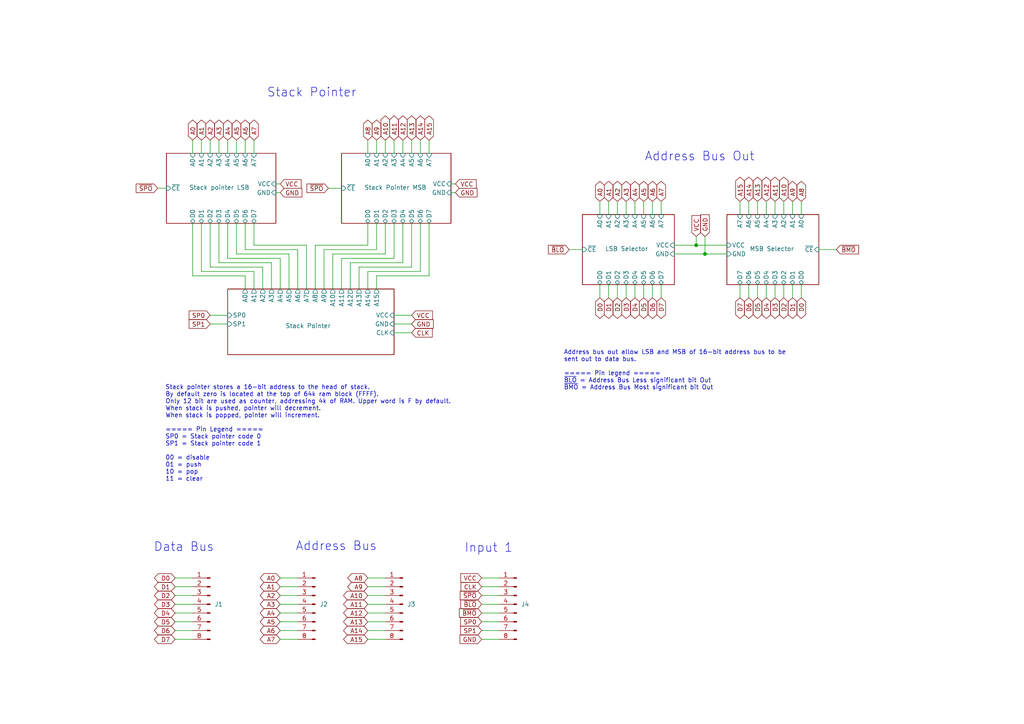
<source format=kicad_sch>
(kicad_sch (version 20250114) (generator "eeschema") (generator_version "9.0")
  (paper "A4")
  (title_block (title "Stack Pointer and Address Bus Out") (date "2025-11-22") (rev "v1.1") (company "Marco Vettigli"))
  (lib_symbols
    (symbol "Connector:Conn_01x08_Pin" (pin_names (offset 1.016) (hide yes))
      (property "Reference" "J" (at 0 10.16 0))
      (property "Value" "Conn_01x08_Pin" (at 0 -12.7 0))
      (symbol "Conn_01x08_Pin_1_1"
        (rectangle (start 0.8636 7.747) (end 0 7.493) (stroke (width 0.1524)) (fill (type outline)))
        (rectangle (start 0.8636 5.207) (end 0 4.953) (stroke (width 0.1524)) (fill (type outline)))
        (rectangle (start 0.8636 2.667) (end 0 2.413) (stroke (width 0.1524)) (fill (type outline)))
        (rectangle (start 0.8636 0.127) (end 0 -0.127) (stroke (width 0.1524)) (fill (type outline)))
        (rectangle (start 0.8636 -2.413) (end 0 -2.667) (stroke (width 0.1524)) (fill (type outline)))
        (rectangle (start 0.8636 -4.953) (end 0 -5.207) (stroke (width 0.1524)) (fill (type outline)))
        (rectangle (start 0.8636 -7.493) (end 0 -7.747) (stroke (width 0.1524)) (fill (type outline)))
        (rectangle (start 0.8636 -10.033) (end 0 -10.287) (stroke (width 0.1524)) (fill (type outline)))
        (polyline (pts (xy 1.27 7.62) (xy 0.8636 7.62)) (stroke (width 0.1524)))
        (polyline (pts (xy 1.27 5.08) (xy 0.8636 5.08)) (stroke (width 0.1524)))
        (polyline (pts (xy 1.27 2.54) (xy 0.8636 2.54)) (stroke (width 0.1524)))
        (polyline (pts (xy 1.27 0) (xy 0.8636 0)) (stroke (width 0.1524)))
        (polyline (pts (xy 1.27 -2.54) (xy 0.8636 -2.54)) (stroke (width 0.1524)))
        (polyline (pts (xy 1.27 -5.08) (xy 0.8636 -5.08)) (stroke (width 0.1524)))
        (polyline (pts (xy 1.27 -7.62) (xy 0.8636 -7.62)) (stroke (width 0.1524)))
        (polyline (pts (xy 1.27 -10.16) (xy 0.8636 -10.16)) (stroke (width 0.1524)))
        (pin passive line (at 5.08 7.62 180) (length 3.81) (name "Pin_1") (number "1"))
        (pin passive line (at 5.08 5.08 180) (length 3.81) (name "Pin_2") (number "2"))
        (pin passive line (at 5.08 2.54 180) (length 3.81) (name "Pin_3") (number "3"))
        (pin passive line (at 5.08 0 180) (length 3.81) (name "Pin_4") (number "4"))
        (pin passive line (at 5.08 -2.54 180) (length 3.81) (name "Pin_5") (number "5"))
        (pin passive line (at 5.08 -5.08 180) (length 3.81) (name "Pin_6") (number "6"))
        (pin passive line (at 5.08 -7.62 180) (length 3.81) (name "Pin_7") (number "7"))
        (pin passive line (at 5.08 -10.16 180) (length 3.81) (name "Pin_8") (number "8"))
      )
    )
  )
  (text "Stack Pointer" (at 90.424 26.924 0) (effects (font (size 2.54 2.54))))
  (text "Address Bus Out" (at 202.946 45.466 0) (effects (font (size 2.54 2.54))))
  (text "Address Bus" (at 97.536 158.496 0) (effects (font (size 2.54 2.54))))
  (text "Data Bus" (at 53.34 158.75 0) (effects (font (size 2.54 2.54))))
  (text "Input 1" (at 141.732 159.004 0) (effects (font (size 2.54 2.54))))
  (text_box "Address bus out allow LSB and MSB of 16-bit address bus to be\nsent out to data bus.\n\n===== Pin legend =====\n~{BLO} = Address Bus Less significant bit Out\n~{BMO} = Address Bus Most significant bit Out\n" (at 162.56 100.33 0) (size 90.17 15.24) (margins 0.9525 0.9525 0.9525 0.9525) (stroke (width -0.0001)) (effects (font (size 1.27 1.27) (thickness 0.1588)) (justify left top)))
  (text_box "Stack pointer stores a 16-bit address to the head of stack. \nBy default zero is located at the top of 64k ram block (FFFF).\nOnly 12 bit are used as counter, addressing 4k of RAM. Upper word is F by default.\nWhen stack is pushed, pointer will decrement.\nWhen stack is popped, pointer will increment.\n\n===== Pin Legend =====\nSP0 = Stack pointer code 0\nSP1 = Stack pointer code 1\n\n00 = disable\n01 = push\n10 = pop\n11 = clear" (at 46.99 110.49 0) (size 90.17 33.02) (margins 0.9525 0.9525 0.9525 0.9525) (stroke (width -0.0001)) (effects (font (size 1.27 1.27) (thickness 0.1588)) (justify left top)))
  (junction (at 201.93 71.12))
  (junction (at 204.47 73.66))
  (wire (pts (xy 222.25 58.42) (xy 222.25 62.23)))
  (wire (pts (xy 106.68 167.64) (xy 111.76 167.64)))
  (wire (pts (xy 106.68 40.64) (xy 106.68 44.45)))
  (wire (pts (xy 232.41 58.42) (xy 232.41 62.23)))
  (wire (pts (xy 106.68 180.34) (xy 111.76 180.34)))
  (wire (pts (xy 99.06 74.93) (xy 114.3 74.93)))
  (wire (pts (xy 195.58 73.66) (xy 204.47 73.66)))
  (wire (pts (xy 173.99 58.42) (xy 173.99 62.23)))
  (wire (pts (xy 106.68 177.8) (xy 111.76 177.8)))
  (wire (pts (xy 224.79 82.55) (xy 224.79 86.36)))
  (wire (pts (xy 55.88 64.77) (xy 55.88 80.01)))
  (wire (pts (xy 124.46 40.64) (xy 124.46 44.45)))
  (wire (pts (xy 81.28 74.93) (xy 81.28 83.82)))
  (wire (pts (xy 63.5 64.77) (xy 63.5 76.2)))
  (wire (pts (xy 229.87 82.55) (xy 229.87 86.36)))
  (wire (pts (xy 106.68 64.77) (xy 106.68 71.12)))
  (wire (pts (xy 139.7 185.42) (xy 144.78 185.42)))
  (wire (pts (xy 73.66 40.64) (xy 73.66 44.45)))
  (wire (pts (xy 227.33 82.55) (xy 227.33 86.36)))
  (wire (pts (xy 139.7 180.34) (xy 144.78 180.34)))
  (wire (pts (xy 106.68 170.18) (xy 111.76 170.18)))
  (wire (pts (xy 96.52 73.66) (xy 111.76 73.66)))
  (wire (pts (xy 165.1 72.39) (xy 168.91 72.39)))
  (wire (pts (xy 81.28 185.42) (xy 86.36 185.42)))
  (wire (pts (xy 60.96 93.98) (xy 66.04 93.98)))
  (wire (pts (xy 219.71 58.42) (xy 219.71 62.23)))
  (wire (pts (xy 121.92 40.64) (xy 121.92 44.45)))
  (wire (pts (xy 181.61 82.55) (xy 181.61 86.36)))
  (wire (pts (xy 71.12 72.39) (xy 86.36 72.39)))
  (wire (pts (xy 111.76 64.77) (xy 111.76 73.66)))
  (wire (pts (xy 186.69 82.55) (xy 186.69 86.36)))
  (wire (pts (xy 204.47 73.66) (xy 210.82 73.66)))
  (wire (pts (xy 139.7 167.64) (xy 144.78 167.64)))
  (wire (pts (xy 116.84 40.64) (xy 116.84 44.45)))
  (wire (pts (xy 93.98 72.39) (xy 109.22 72.39)))
  (wire (pts (xy 116.84 64.77) (xy 116.84 76.2)))
  (wire (pts (xy 227.33 58.42) (xy 227.33 62.23)))
  (wire (pts (xy 81.28 175.26) (xy 86.36 175.26)))
  (wire (pts (xy 121.92 64.77) (xy 121.92 78.74)))
  (wire (pts (xy 55.88 170.18) (xy 50.8 170.18)))
  (wire (pts (xy 139.7 172.72) (xy 144.78 172.72)))
  (wire (pts (xy 55.88 180.34) (xy 50.8 180.34)))
  (wire (pts (xy 91.44 71.12) (xy 106.68 71.12)))
  (wire (pts (xy 78.74 76.2) (xy 78.74 83.82)))
  (wire (pts (xy 201.93 71.12) (xy 210.82 71.12)))
  (wire (pts (xy 109.22 64.77) (xy 109.22 72.39)))
  (wire (pts (xy 60.96 64.77) (xy 60.96 77.47)))
  (wire (pts (xy 76.2 77.47) (xy 76.2 83.82)))
  (wire (pts (xy 217.17 58.42) (xy 217.17 62.23)))
  (wire (pts (xy 184.15 82.55) (xy 184.15 86.36)))
  (wire (pts (xy 224.79 58.42) (xy 224.79 62.23)))
  (wire (pts (xy 106.68 78.74) (xy 106.68 83.82)))
  (wire (pts (xy 189.23 58.42) (xy 189.23 62.23)))
  (wire (pts (xy 109.22 80.01) (xy 109.22 83.82)))
  (wire (pts (xy 204.47 73.66) (xy 204.47 68.58)))
  (wire (pts (xy 173.99 82.55) (xy 173.99 86.36)))
  (wire (pts (xy 80.01 55.88) (xy 81.28 55.88)))
  (wire (pts (xy 106.68 185.42) (xy 111.76 185.42)))
  (wire (pts (xy 229.87 58.42) (xy 229.87 62.23)))
  (wire (pts (xy 99.06 74.93) (xy 99.06 83.82)))
  (wire (pts (xy 45.72 54.61) (xy 48.26 54.61)))
  (wire (pts (xy 55.88 172.72) (xy 50.8 172.72)))
  (wire (pts (xy 60.96 91.44) (xy 66.04 91.44)))
  (wire (pts (xy 114.3 91.44) (xy 119.38 91.44)))
  (wire (pts (xy 106.68 175.26) (xy 111.76 175.26)))
  (wire (pts (xy 179.07 82.55) (xy 179.07 86.36)))
  (wire (pts (xy 68.58 73.66) (xy 83.82 73.66)))
  (wire (pts (xy 179.07 58.42) (xy 179.07 62.23)))
  (wire (pts (xy 58.42 40.64) (xy 58.42 44.45)))
  (wire (pts (xy 93.98 72.39) (xy 93.98 83.82)))
  (wire (pts (xy 81.28 167.64) (xy 86.36 167.64)))
  (wire (pts (xy 217.17 82.55) (xy 217.17 86.36)))
  (wire (pts (xy 184.15 58.42) (xy 184.15 62.23)))
  (wire (pts (xy 114.3 93.98) (xy 119.38 93.98)))
  (wire (pts (xy 68.58 40.64) (xy 68.58 44.45)))
  (wire (pts (xy 55.88 182.88) (xy 50.8 182.88)))
  (wire (pts (xy 81.28 177.8) (xy 86.36 177.8)))
  (wire (pts (xy 80.01 53.34) (xy 81.28 53.34)))
  (wire (pts (xy 106.68 172.72) (xy 111.76 172.72)))
  (wire (pts (xy 60.96 77.47) (xy 76.2 77.47)))
  (wire (pts (xy 130.81 55.88) (xy 132.08 55.88)))
  (wire (pts (xy 104.14 77.47) (xy 104.14 83.82)))
  (wire (pts (xy 130.81 53.34) (xy 132.08 53.34)))
  (wire (pts (xy 139.7 177.8) (xy 144.78 177.8)))
  (wire (pts (xy 63.5 76.2) (xy 78.74 76.2)))
  (wire (pts (xy 114.3 96.52) (xy 119.38 96.52)))
  (wire (pts (xy 73.66 64.77) (xy 73.66 71.12)))
  (wire (pts (xy 101.6 76.2) (xy 101.6 83.82)))
  (wire (pts (xy 88.9 71.12) (xy 88.9 83.82)))
  (wire (pts (xy 222.25 82.55) (xy 222.25 86.36)))
  (wire (pts (xy 68.58 64.77) (xy 68.58 73.66)))
  (wire (pts (xy 58.42 64.77) (xy 58.42 78.74)))
  (wire (pts (xy 66.04 40.64) (xy 66.04 44.45)))
  (wire (pts (xy 55.88 80.01) (xy 71.12 80.01)))
  (wire (pts (xy 86.36 72.39) (xy 86.36 83.82)))
  (wire (pts (xy 201.93 68.58) (xy 201.93 71.12)))
  (wire (pts (xy 124.46 64.77) (xy 124.46 80.01)))
  (wire (pts (xy 55.88 167.64) (xy 50.8 167.64)))
  (wire (pts (xy 60.96 40.64) (xy 60.96 44.45)))
  (wire (pts (xy 66.04 74.93) (xy 81.28 74.93)))
  (wire (pts (xy 186.69 58.42) (xy 186.69 62.23)))
  (wire (pts (xy 63.5 40.64) (xy 63.5 44.45)))
  (wire (pts (xy 139.7 182.88) (xy 144.78 182.88)))
  (wire (pts (xy 73.66 78.74) (xy 73.66 83.82)))
  (wire (pts (xy 83.82 73.66) (xy 83.82 83.82)))
  (wire (pts (xy 73.66 71.12) (xy 88.9 71.12)))
  (wire (pts (xy 81.28 180.34) (xy 86.36 180.34)))
  (wire (pts (xy 119.38 77.47) (xy 104.14 77.47)))
  (wire (pts (xy 176.53 82.55) (xy 176.53 86.36)))
  (wire (pts (xy 101.6 76.2) (xy 116.84 76.2)))
  (wire (pts (xy 71.12 80.01) (xy 71.12 83.82)))
  (wire (pts (xy 81.28 172.72) (xy 86.36 172.72)))
  (wire (pts (xy 55.88 175.26) (xy 50.8 175.26)))
  (wire (pts (xy 55.88 185.42) (xy 50.8 185.42)))
  (wire (pts (xy 99.06 54.61) (xy 95.25 54.61)))
  (wire (pts (xy 66.04 64.77) (xy 66.04 74.93)))
  (wire (pts (xy 71.12 64.77) (xy 71.12 72.39)))
  (wire (pts (xy 119.38 40.64) (xy 119.38 44.45)))
  (wire (pts (xy 232.41 82.55) (xy 232.41 86.36)))
  (wire (pts (xy 111.76 40.64) (xy 111.76 44.45)))
  (wire (pts (xy 124.46 80.01) (xy 109.22 80.01)))
  (wire (pts (xy 195.58 71.12) (xy 201.93 71.12)))
  (wire (pts (xy 219.71 82.55) (xy 219.71 86.36)))
  (wire (pts (xy 114.3 64.77) (xy 114.3 74.93)))
  (wire (pts (xy 81.28 170.18) (xy 86.36 170.18)))
  (wire (pts (xy 114.3 40.64) (xy 114.3 44.45)))
  (wire (pts (xy 81.28 182.88) (xy 86.36 182.88)))
  (wire (pts (xy 106.68 182.88) (xy 111.76 182.88)))
  (wire (pts (xy 55.88 40.64) (xy 55.88 44.45)))
  (wire (pts (xy 71.12 40.64) (xy 71.12 44.45)))
  (wire (pts (xy 214.63 82.55) (xy 214.63 86.36)))
  (wire (pts (xy 237.49 72.39) (xy 242.57 72.39)))
  (wire (pts (xy 55.88 177.8) (xy 50.8 177.8)))
  (wire (pts (xy 181.61 58.42) (xy 181.61 62.23)))
  (wire (pts (xy 109.22 40.64) (xy 109.22 44.45)))
  (wire (pts (xy 139.7 170.18) (xy 144.78 170.18)))
  (wire (pts (xy 191.77 82.55) (xy 191.77 86.36)))
  (wire (pts (xy 214.63 58.42) (xy 214.63 62.23)))
  (wire (pts (xy 189.23 82.55) (xy 189.23 86.36)))
  (wire (pts (xy 96.52 73.66) (xy 96.52 83.82)))
  (wire (pts (xy 91.44 71.12) (xy 91.44 83.82)))
  (wire (pts (xy 58.42 78.74) (xy 73.66 78.74)))
  (wire (pts (xy 191.77 58.42) (xy 191.77 62.23)))
  (wire (pts (xy 139.7 175.26) (xy 144.78 175.26)))
  (wire (pts (xy 106.68 78.74) (xy 121.92 78.74)))
  (wire (pts (xy 119.38 64.77) (xy 119.38 77.47)))
  (wire (pts (xy 176.53 58.42) (xy 176.53 62.23)))
  (global_label "A1" (shape tri_state) (at 176.53 58.42 90) (property "Intersheetrefs" "${INTERSHEET_REFS}" (effects (hide yes))))
  (global_label "SP1" (shape input) (at 139.7 182.88 180) (property "Intersheetrefs" "${INTERSHEET_REFS}" (effects (hide yes))))
  (global_label "A13" (shape tri_state) (at 219.71 58.42 90) (property "Intersheetrefs" "${INTERSHEET_REFS}" (effects (hide yes))))
  (global_label "SP0" (shape input) (at 139.7 180.34 180) (property "Intersheetrefs" "${INTERSHEET_REFS}" (effects (hide yes))))
  (global_label "A3" (shape tri_state) (at 81.28 175.26 180) (property "Intersheetrefs" "${INTERSHEET_REFS}" (effects (hide yes))))
  (global_label "A0" (shape tri_state) (at 173.99 58.42 90) (property "Intersheetrefs" "${INTERSHEET_REFS}" (effects (hide yes))))
  (global_label "A8" (shape tri_state) (at 106.68 167.64 180) (property "Intersheetrefs" "${INTERSHEET_REFS}" (effects (hide yes))))
  (global_label "A4" (shape tri_state) (at 66.04 40.64 90) (property "Intersheetrefs" "${INTERSHEET_REFS}" (effects (hide yes))))
  (global_label "~{BLO}" (shape input) (at 165.1 72.39 180) (property "Intersheetrefs" "${INTERSHEET_REFS}" (effects (hide yes))))
  (global_label "A13" (shape tri_state) (at 106.68 180.34 180) (property "Intersheetrefs" "${INTERSHEET_REFS}" (effects (hide yes))))
  (global_label "VCC" (shape input) (at 139.7 167.64 180) (property "Intersheetrefs" "${INTERSHEET_REFS}" (effects (hide yes))))
  (global_label "D4" (shape tri_state) (at 50.8 177.8 180) (property "Intersheetrefs" "${INTERSHEET_REFS}" (effects (hide yes))))
  (global_label "A14" (shape tri_state) (at 121.92 40.64 90) (property "Intersheetrefs" "${INTERSHEET_REFS}" (effects (hide yes))))
  (global_label "A6" (shape tri_state) (at 189.23 58.42 90) (property "Intersheetrefs" "${INTERSHEET_REFS}" (effects (hide yes))))
  (global_label "A8" (shape tri_state) (at 106.68 40.64 90) (property "Intersheetrefs" "${INTERSHEET_REFS}" (effects (hide yes))))
  (global_label "A1" (shape tri_state) (at 81.28 170.18 180) (property "Intersheetrefs" "${INTERSHEET_REFS}" (effects (hide yes))))
  (global_label "A9" (shape tri_state) (at 109.22 40.64 90) (property "Intersheetrefs" "${INTERSHEET_REFS}" (effects (hide yes))))
  (global_label "D6" (shape tri_state) (at 189.23 86.36 270) (property "Intersheetrefs" "${INTERSHEET_REFS}" (effects (hide yes))))
  (global_label "A12" (shape tri_state) (at 106.68 177.8 180) (property "Intersheetrefs" "${INTERSHEET_REFS}" (effects (hide yes))))
  (global_label "A4" (shape tri_state) (at 81.28 177.8 180) (property "Intersheetrefs" "${INTERSHEET_REFS}" (effects (hide yes))))
  (global_label "A7" (shape tri_state) (at 81.28 185.42 180) (property "Intersheetrefs" "${INTERSHEET_REFS}" (effects (hide yes))))
  (global_label "D3" (shape tri_state) (at 181.61 86.36 270) (property "Intersheetrefs" "${INTERSHEET_REFS}" (effects (hide yes))))
  (global_label "D7" (shape tri_state) (at 214.63 86.36 270) (property "Intersheetrefs" "${INTERSHEET_REFS}" (effects (hide yes))))
  (global_label "A2" (shape tri_state) (at 179.07 58.42 90) (property "Intersheetrefs" "${INTERSHEET_REFS}" (effects (hide yes))))
  (global_label "D4" (shape tri_state) (at 184.15 86.36 270) (property "Intersheetrefs" "${INTERSHEET_REFS}" (effects (hide yes))))
  (global_label "~{BLO}" (shape input) (at 139.7 175.26 180) (property "Intersheetrefs" "${INTERSHEET_REFS}" (effects (hide yes))))
  (global_label "SP0" (shape input) (at 60.96 91.44 180) (property "Intersheetrefs" "${INTERSHEET_REFS}" (effects (hide yes))))
  (global_label "GND" (shape input) (at 204.47 68.58 90) (property "Intersheetrefs" "${INTERSHEET_REFS}" (effects (hide yes))))
  (global_label "~{BMO}" (shape input) (at 242.57 72.39 0) (property "Intersheetrefs" "${INTERSHEET_REFS}" (effects (hide yes))))
  (global_label "A6" (shape tri_state) (at 71.12 40.64 90) (property "Intersheetrefs" "${INTERSHEET_REFS}" (effects (hide yes))))
  (global_label "D0" (shape tri_state) (at 232.41 86.36 270) (property "Intersheetrefs" "${INTERSHEET_REFS}" (effects (hide yes))))
  (global_label "D7" (shape tri_state) (at 50.8 185.42 180) (property "Intersheetrefs" "${INTERSHEET_REFS}" (effects (hide yes))))
  (global_label "D2" (shape tri_state) (at 179.07 86.36 270) (property "Intersheetrefs" "${INTERSHEET_REFS}" (effects (hide yes))))
  (global_label "A2" (shape tri_state) (at 81.28 172.72 180) (property "Intersheetrefs" "${INTERSHEET_REFS}" (effects (hide yes))))
  (global_label "D1" (shape tri_state) (at 176.53 86.36 270) (property "Intersheetrefs" "${INTERSHEET_REFS}" (effects (hide yes))))
  (global_label "A10" (shape tri_state) (at 111.76 40.64 90) (property "Intersheetrefs" "${INTERSHEET_REFS}" (effects (hide yes))))
  (global_label "A11" (shape tri_state) (at 224.79 58.42 90) (property "Intersheetrefs" "${INTERSHEET_REFS}" (effects (hide yes))))
  (global_label "A7" (shape tri_state) (at 191.77 58.42 90) (property "Intersheetrefs" "${INTERSHEET_REFS}" (effects (hide yes))))
  (global_label "D5" (shape tri_state) (at 219.71 86.36 270) (property "Intersheetrefs" "${INTERSHEET_REFS}" (effects (hide yes))))
  (global_label "VCC" (shape input) (at 119.38 91.44 0) (property "Intersheetrefs" "${INTERSHEET_REFS}" (effects (hide yes))))
  (global_label "A9" (shape tri_state) (at 229.87 58.42 90) (property "Intersheetrefs" "${INTERSHEET_REFS}" (effects (hide yes))))
  (global_label "A0" (shape tri_state) (at 81.28 167.64 180) (property "Intersheetrefs" "${INTERSHEET_REFS}" (effects (hide yes))))
  (global_label "A5" (shape tri_state) (at 68.58 40.64 90) (property "Intersheetrefs" "${INTERSHEET_REFS}" (effects (hide yes))))
  (global_label "D2" (shape tri_state) (at 227.33 86.36 270) (property "Intersheetrefs" "${INTERSHEET_REFS}" (effects (hide yes))))
  (global_label "D4" (shape tri_state) (at 222.25 86.36 270) (property "Intersheetrefs" "${INTERSHEET_REFS}" (effects (hide yes))))
  (global_label "A14" (shape tri_state) (at 217.17 58.42 90) (property "Intersheetrefs" "${INTERSHEET_REFS}" (effects (hide yes))))
  (global_label "A7" (shape tri_state) (at 73.66 40.64 90) (property "Intersheetrefs" "${INTERSHEET_REFS}" (effects (hide yes))))
  (global_label "A0" (shape tri_state) (at 55.88 40.64 90) (property "Intersheetrefs" "${INTERSHEET_REFS}" (effects (hide yes))))
  (global_label "GND" (shape input) (at 119.38 93.98 0) (property "Intersheetrefs" "${INTERSHEET_REFS}" (effects (hide yes))))
  (global_label "A5" (shape tri_state) (at 81.28 180.34 180) (property "Intersheetrefs" "${INTERSHEET_REFS}" (effects (hide yes))))
  (global_label "A3" (shape tri_state) (at 181.61 58.42 90) (property "Intersheetrefs" "${INTERSHEET_REFS}" (effects (hide yes))))
  (global_label "~{SPO}" (shape input) (at 45.72 54.61 180) (property "Intersheetrefs" "${INTERSHEET_REFS}" (effects (hide yes))))
  (global_label "GND" (shape input) (at 81.28 55.88 0) (property "Intersheetrefs" "${INTERSHEET_REFS}" (effects (hide yes))))
  (global_label "D5" (shape tri_state) (at 50.8 180.34 180) (property "Intersheetrefs" "${INTERSHEET_REFS}" (effects (hide yes))))
  (global_label "A13" (shape tri_state) (at 119.38 40.64 90) (property "Intersheetrefs" "${INTERSHEET_REFS}" (effects (hide yes))))
  (global_label "A15" (shape tri_state) (at 124.46 40.64 90) (property "Intersheetrefs" "${INTERSHEET_REFS}" (effects (hide yes))))
  (global_label "~{SPO}" (shape input) (at 95.25 54.61 180) (property "Intersheetrefs" "${INTERSHEET_REFS}" (effects (hide yes))))
  (global_label "D2" (shape tri_state) (at 50.8 172.72 180) (property "Intersheetrefs" "${INTERSHEET_REFS}" (effects (hide yes))))
  (global_label "VCC" (shape input) (at 132.08 53.34 0) (property "Intersheetrefs" "${INTERSHEET_REFS}" (effects (hide yes))))
  (global_label "~{BMO}" (shape input) (at 139.7 177.8 180) (property "Intersheetrefs" "${INTERSHEET_REFS}" (effects (hide yes))))
  (global_label "D6" (shape tri_state) (at 50.8 182.88 180) (property "Intersheetrefs" "${INTERSHEET_REFS}" (effects (hide yes))))
  (global_label "D1" (shape tri_state) (at 229.87 86.36 270) (property "Intersheetrefs" "${INTERSHEET_REFS}" (effects (hide yes))))
  (global_label "D3" (shape tri_state) (at 50.8 175.26 180) (property "Intersheetrefs" "${INTERSHEET_REFS}" (effects (hide yes))))
  (global_label "A12" (shape tri_state) (at 116.84 40.64 90) (property "Intersheetrefs" "${INTERSHEET_REFS}" (effects (hide yes))))
  (global_label "A14" (shape tri_state) (at 106.68 182.88 180) (property "Intersheetrefs" "${INTERSHEET_REFS}" (effects (hide yes))))
  (global_label "D1" (shape tri_state) (at 50.8 170.18 180) (property "Intersheetrefs" "${INTERSHEET_REFS}" (effects (hide yes))))
  (global_label "A9" (shape tri_state) (at 106.68 170.18 180) (property "Intersheetrefs" "${INTERSHEET_REFS}" (effects (hide yes))))
  (global_label "A3" (shape tri_state) (at 63.5 40.64 90) (property "Intersheetrefs" "${INTERSHEET_REFS}" (effects (hide yes))))
  (global_label "SP1" (shape input) (at 60.96 93.98 180) (property "Intersheetrefs" "${INTERSHEET_REFS}" (effects (hide yes))))
  (global_label "GND" (shape input) (at 139.7 185.42 180) (property "Intersheetrefs" "${INTERSHEET_REFS}" (effects (hide yes))))
  (global_label "D6" (shape tri_state) (at 217.17 86.36 270) (property "Intersheetrefs" "${INTERSHEET_REFS}" (effects (hide yes))))
  (global_label "A1" (shape tri_state) (at 58.42 40.64 90) (property "Intersheetrefs" "${INTERSHEET_REFS}" (effects (hide yes))))
  (global_label "A10" (shape tri_state) (at 227.33 58.42 90) (property "Intersheetrefs" "${INTERSHEET_REFS}" (effects (hide yes))))
  (global_label "A11" (shape tri_state) (at 114.3 40.64 90) (property "Intersheetrefs" "${INTERSHEET_REFS}" (effects (hide yes))))
  (global_label "A11" (shape tri_state) (at 106.68 175.26 180) (property "Intersheetrefs" "${INTERSHEET_REFS}" (effects (hide yes))))
  (global_label "D7" (shape tri_state) (at 191.77 86.36 270) (property "Intersheetrefs" "${INTERSHEET_REFS}" (effects (hide yes))))
  (global_label "GND" (shape input) (at 132.08 55.88 0) (property "Intersheetrefs" "${INTERSHEET_REFS}" (effects (hide yes))))
  (global_label "D0" (shape tri_state) (at 173.99 86.36 270) (property "Intersheetrefs" "${INTERSHEET_REFS}" (effects (hide yes))))
  (global_label "CLK" (shape input) (at 139.7 170.18 180) (property "Intersheetrefs" "${INTERSHEET_REFS}" (effects (hide yes))))
  (global_label "A4" (shape tri_state) (at 184.15 58.42 90) (property "Intersheetrefs" "${INTERSHEET_REFS}" (effects (hide yes))))
  (global_label "VCC" (shape input) (at 81.28 53.34 0) (property "Intersheetrefs" "${INTERSHEET_REFS}" (effects (hide yes))))
  (global_label "A8" (shape tri_state) (at 232.41 58.42 90) (property "Intersheetrefs" "${INTERSHEET_REFS}" (effects (hide yes))))
  (global_label "A6" (shape tri_state) (at 81.28 182.88 180) (property "Intersheetrefs" "${INTERSHEET_REFS}" (effects (hide yes))))
  (global_label "A2" (shape tri_state) (at 60.96 40.64 90) (property "Intersheetrefs" "${INTERSHEET_REFS}" (effects (hide yes))))
  (global_label "A15" (shape tri_state) (at 214.63 58.42 90) (property "Intersheetrefs" "${INTERSHEET_REFS}" (effects (hide yes))))
  (global_label "A12" (shape tri_state) (at 222.25 58.42 90) (property "Intersheetrefs" "${INTERSHEET_REFS}" (effects (hide yes))))
  (global_label "~{SPO}" (shape input) (at 139.7 172.72 180) (property "Intersheetrefs" "${INTERSHEET_REFS}" (effects (hide yes))))
  (global_label "D0" (shape tri_state) (at 50.8 167.64 180) (property "Intersheetrefs" "${INTERSHEET_REFS}" (effects (hide yes))))
  (global_label "VCC" (shape input) (at 201.93 68.58 90) (property "Intersheetrefs" "${INTERSHEET_REFS}" (effects (hide yes))))
  (global_label "CLK" (shape input) (at 119.38 96.52 0) (property "Intersheetrefs" "${INTERSHEET_REFS}" (effects (hide yes))))
  (global_label "A10" (shape tri_state) (at 106.68 172.72 180) (property "Intersheetrefs" "${INTERSHEET_REFS}" (effects (hide yes))))
  (global_label "A5" (shape tri_state) (at 186.69 58.42 90) (property "Intersheetrefs" "${INTERSHEET_REFS}" (effects (hide yes))))
  (global_label "D5" (shape tri_state) (at 186.69 86.36 270) (property "Intersheetrefs" "${INTERSHEET_REFS}" (effects (hide yes))))
  (global_label "A15" (shape tri_state) (at 106.68 185.42 180) (property "Intersheetrefs" "${INTERSHEET_REFS}" (effects (hide yes))))
  (global_label "D3" (shape tri_state) (at 224.79 86.36 270) (property "Intersheetrefs" "${INTERSHEET_REFS}" (effects (hide yes))))
  (symbol (lib_id "Connector:Conn_01x08_Pin") (at 91.44 175.26 0) (mirror y) (unit 1)
    (property "Reference" "J2" (at 92.71 175.2599 0) (effects (justify right)))
    (property "Value" "Address bus 1" (effects (hide yes)))
    (property "Footprint" "Custom:PinHeader_1x08_P2.54mm_Horizontal" (effects (hide yes)))
    (property "Description" "Generic connector, single row, 01x08, script generated" (effects (hide yes)))
  )
  (symbol (lib_id "Connector:Conn_01x08_Pin") (at 60.96 175.26 0) (mirror y) (unit 1)
    (property "Reference" "J1" (at 62.23 175.2599 0) (effects (justify right)))
    (property "Value" "Data bus" (effects (hide yes)))
    (property "Footprint" "Custom:PinHeader_1x08_P2.54mm_Horizontal" (effects (hide yes)))
    (property "Description" "Generic connector, single row, 01x08, script generated" (effects (hide yes)))
  )
  (symbol (lib_id "Connector:Conn_01x08_Pin") (at 149.86 175.26 0) (mirror y) (unit 1)
    (property "Reference" "J4" (at 151.13 175.2599 0) (effects (justify right)))
    (property "Value" "Input 1" (effects (hide yes)))
    (property "Footprint" "Custom:PinHeader_1x08_P2.54mm_Horizontal" (effects (hide yes)))
    (property "Description" "Generic connector, single row, 01x08, script generated" (effects (hide yes)))
  )
  (symbol (lib_id "Connector:Conn_01x08_Pin") (at 116.84 175.26 0) (mirror y) (unit 1)
    (property "Reference" "J3" (at 118.11 175.2599 0) (effects (justify right)))
    (property "Value" "Address bus 2" (effects (hide yes)))
    (property "Footprint" "Custom:PinHeader_1x08_P2.54mm_Horizontal" (effects (hide yes)))
    (property "Description" "Generic connector, single row, 01x08, script generated" (effects (hide yes)))
  )
  (sheet (at 168.91 62.23) (size 26.67 20.32) (stroke (width 0.1524))
    (property "Sheetname" "LSB Selector" (at 175.514 72.898 0) (effects (justify left bottom)))
    (property "Sheetfile" "address_selector.kicad_sch" (effects (hide yes)))
    (pin "A5" input (at 186.69 62.23 90))
    (pin "A3" input (at 181.61 62.23 90))
    (pin "A2" input (at 179.07 62.23 90))
    (pin "A6" input (at 189.23 62.23 90))
    (pin "A0" input (at 173.99 62.23 90))
    (pin "A7" input (at 191.77 62.23 90))
    (pin "A1" input (at 176.53 62.23 90))
    (pin "A4" input (at 184.15 62.23 90))
    (pin "D4" tri_state (at 184.15 82.55 270))
    (pin "D1" tri_state (at 176.53 82.55 270))
    (pin "D2" tri_state (at 179.07 82.55 270))
    (pin "D3" tri_state (at 181.61 82.55 270))
    (pin "D5" tri_state (at 186.69 82.55 270))
    (pin "D0" tri_state (at 173.99 82.55 270))
    (pin "D6" tri_state (at 189.23 82.55 270))
    (pin "D7" tri_state (at 191.77 82.55 270))
    (pin "GND" input (at 195.58 73.66 0))
    (pin "VCC" input (at 195.58 71.12 0))
    (pin "~{CE}" input (at 168.91 72.39 180))
  )
  (sheet (at 66.04 83.82) (size 48.26 19.05) (stroke (width 0.1524))
    (property "Sheetname" "Stack Pointer" (at 82.804 95.25 0) (effects (justify left bottom)))
    (property "Sheetfile" "stack_pointer.kicad_sch" (effects (hide yes)))
    (pin "VCC" input (at 114.3 91.44 0))
    (pin "GND" input (at 114.3 93.98 0))
    (pin "CLK" input (at 114.3 96.52 0))
    (pin "A15" output (at 109.22 83.82 90))
    (pin "A13" output (at 104.14 83.82 90))
    (pin "A10" output (at 96.52 83.82 90))
    (pin "A4" output (at 81.28 83.82 90))
    (pin "A5" output (at 83.82 83.82 90))
    (pin "A9" output (at 93.98 83.82 90))
    (pin "A7" output (at 88.9 83.82 90))
    (pin "A3" output (at 78.74 83.82 90))
    (pin "A14" output (at 106.68 83.82 90))
    (pin "A12" output (at 101.6 83.82 90))
    (pin "A1" output (at 73.66 83.82 90))
    (pin "A8" output (at 91.44 83.82 90))
    (pin "A0" output (at 71.12 83.82 90))
    (pin "A6" output (at 86.36 83.82 90))
    (pin "A11" output (at 99.06 83.82 90))
    (pin "A2" output (at 76.2 83.82 90))
    (pin "SP1" input (at 66.04 93.98 180))
    (pin "SP0" input (at 66.04 91.44 180))
  )
  (sheet (at 210.82 62.23) (size 26.67 20.32) (stroke (width 0.1524))
    (property "Sheetname" "MSB Selector" (at 217.424 72.898 0) (effects (justify left bottom)))
    (property "Sheetfile" "address_selector.kicad_sch" (effects (hide yes)))
    (pin "A5" input (at 219.71 62.23 90))
    (pin "A3" input (at 224.79 62.23 90))
    (pin "A2" input (at 227.33 62.23 90))
    (pin "A6" input (at 217.17 62.23 90))
    (pin "A0" input (at 232.41 62.23 90))
    (pin "A7" input (at 214.63 62.23 90))
    (pin "A1" input (at 229.87 62.23 90))
    (pin "A4" input (at 222.25 62.23 90))
    (pin "D4" tri_state (at 222.25 82.55 270))
    (pin "D1" tri_state (at 229.87 82.55 270))
    (pin "D2" tri_state (at 227.33 82.55 270))
    (pin "D3" tri_state (at 224.79 82.55 270))
    (pin "D5" tri_state (at 219.71 82.55 270))
    (pin "D0" tri_state (at 232.41 82.55 270))
    (pin "D6" tri_state (at 217.17 82.55 270))
    (pin "D7" tri_state (at 214.63 82.55 270))
    (pin "GND" input (at 210.82 73.66 180))
    (pin "VCC" input (at 210.82 71.12 180))
    (pin "~{CE}" input (at 237.49 72.39 0))
  )
  (sheet (at 99.06 44.45) (size 31.75 20.32) (stroke (width 0.1524))
    (property "Sheetname" "Stack Pointer MSB" (at 105.664 55.118 0) (effects (justify left bottom)))
    (property "Sheetfile" "address_selector.kicad_sch" (effects (hide yes)))
    (pin "A5" input (at 119.38 44.45 90))
    (pin "A3" input (at 114.3 44.45 90))
    (pin "A2" input (at 111.76 44.45 90))
    (pin "A6" input (at 121.92 44.45 90))
    (pin "A0" input (at 106.68 44.45 90))
    (pin "A7" input (at 124.46 44.45 90))
    (pin "A1" input (at 109.22 44.45 90))
    (pin "A4" input (at 116.84 44.45 90))
    (pin "D4" tri_state (at 116.84 64.77 270))
    (pin "D1" tri_state (at 109.22 64.77 270))
    (pin "D2" tri_state (at 111.76 64.77 270))
    (pin "D3" tri_state (at 114.3 64.77 270))
    (pin "D5" tri_state (at 119.38 64.77 270))
    (pin "D0" tri_state (at 106.68 64.77 270))
    (pin "D6" tri_state (at 121.92 64.77 270))
    (pin "D7" tri_state (at 124.46 64.77 270))
    (pin "GND" input (at 130.81 55.88 0))
    (pin "VCC" input (at 130.81 53.34 0))
    (pin "~{CE}" input (at 99.06 54.61 180))
  )
  (sheet (at 48.26 44.45) (size 31.75 20.32) (stroke (width 0.1524))
    (property "Sheetname" "Stack pointer LSB" (at 54.864 55.118 0) (effects (justify left bottom)))
    (property "Sheetfile" "address_selector.kicad_sch" (effects (hide yes)))
    (pin "A5" input (at 68.58 44.45 90))
    (pin "A3" input (at 63.5 44.45 90))
    (pin "A2" input (at 60.96 44.45 90))
    (pin "A6" input (at 71.12 44.45 90))
    (pin "A0" input (at 55.88 44.45 90))
    (pin "A7" input (at 73.66 44.45 90))
    (pin "A1" input (at 58.42 44.45 90))
    (pin "A4" input (at 66.04 44.45 90))
    (pin "D4" tri_state (at 66.04 64.77 270))
    (pin "D1" tri_state (at 58.42 64.77 270))
    (pin "D2" tri_state (at 60.96 64.77 270))
    (pin "D3" tri_state (at 63.5 64.77 270))
    (pin "D5" tri_state (at 68.58 64.77 270))
    (pin "D0" tri_state (at 55.88 64.77 270))
    (pin "D6" tri_state (at 71.12 64.77 270))
    (pin "D7" tri_state (at 73.66 64.77 270))
    (pin "GND" input (at 80.01 55.88 0))
    (pin "VCC" input (at 80.01 53.34 0))
    (pin "~{CE}" input (at 48.26 54.61 180))
  )
)
</source>
